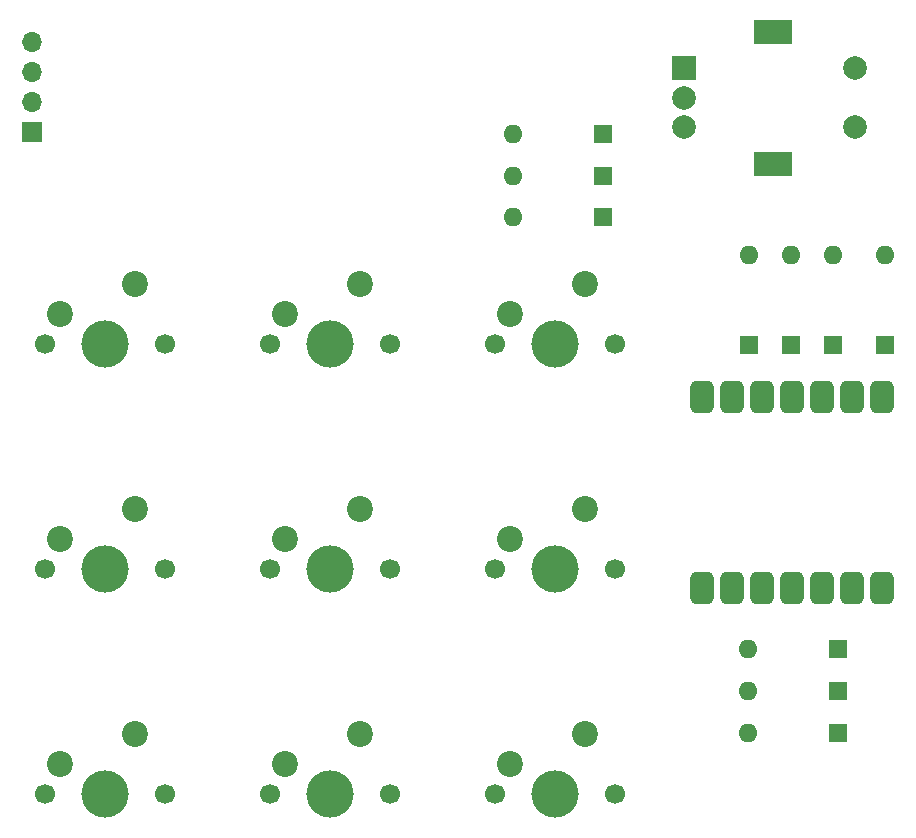
<source format=gts>
%TF.GenerationSoftware,KiCad,Pcbnew,8.0.6*%
%TF.CreationDate,2024-10-21T20:49:49-03:00*%
%TF.ProjectId,HC Hackpad 1.2,48432048-6163-46b7-9061-6420312e322e,rev?*%
%TF.SameCoordinates,Original*%
%TF.FileFunction,Soldermask,Top*%
%TF.FilePolarity,Negative*%
%FSLAX46Y46*%
G04 Gerber Fmt 4.6, Leading zero omitted, Abs format (unit mm)*
G04 Created by KiCad (PCBNEW 8.0.6) date 2024-10-21 20:49:49*
%MOMM*%
%LPD*%
G01*
G04 APERTURE LIST*
G04 Aperture macros list*
%AMRoundRect*
0 Rectangle with rounded corners*
0 $1 Rounding radius*
0 $2 $3 $4 $5 $6 $7 $8 $9 X,Y pos of 4 corners*
0 Add a 4 corners polygon primitive as box body*
4,1,4,$2,$3,$4,$5,$6,$7,$8,$9,$2,$3,0*
0 Add four circle primitives for the rounded corners*
1,1,$1+$1,$2,$3*
1,1,$1+$1,$4,$5*
1,1,$1+$1,$6,$7*
1,1,$1+$1,$8,$9*
0 Add four rect primitives between the rounded corners*
20,1,$1+$1,$2,$3,$4,$5,0*
20,1,$1+$1,$4,$5,$6,$7,0*
20,1,$1+$1,$6,$7,$8,$9,0*
20,1,$1+$1,$8,$9,$2,$3,0*%
G04 Aperture macros list end*
%ADD10C,1.700000*%
%ADD11C,4.000000*%
%ADD12C,2.200000*%
%ADD13R,1.600000X1.600000*%
%ADD14O,1.600000X1.600000*%
%ADD15R,1.700000X1.700000*%
%ADD16O,1.700000X1.700000*%
%ADD17R,2.000000X2.000000*%
%ADD18C,2.000000*%
%ADD19R,3.200000X2.000000*%
%ADD20RoundRect,0.500000X-0.500000X0.875000X-0.500000X-0.875000X0.500000X-0.875000X0.500000X0.875000X0*%
%ADD21C,1.600000*%
G04 APERTURE END LIST*
D10*
%TO.C,S4*%
X92620000Y-91600000D03*
D11*
X97700000Y-91600000D03*
D10*
X102780000Y-91600000D03*
D12*
X100240000Y-86520000D03*
X93890000Y-89060000D03*
%TD*%
D13*
%TO.C,D3*%
X139850000Y-54700000D03*
D14*
X132230000Y-54700000D03*
%TD*%
D15*
%TO.C,J1*%
X91510000Y-54540000D03*
D16*
X91510000Y-52000000D03*
X91510000Y-49460000D03*
X91510000Y-46920000D03*
%TD*%
D10*
%TO.C,S7*%
X92600000Y-110640000D03*
D11*
X97680000Y-110640000D03*
D10*
X102760000Y-110640000D03*
D12*
X100220000Y-105560000D03*
X93870000Y-108100000D03*
%TD*%
D10*
%TO.C,S6*%
X130740000Y-91590000D03*
D11*
X135820000Y-91590000D03*
D10*
X140900000Y-91590000D03*
D12*
X138360000Y-86510000D03*
X132010000Y-89050000D03*
%TD*%
D10*
%TO.C,S3*%
X130710000Y-72540000D03*
D11*
X135790000Y-72540000D03*
D10*
X140870000Y-72540000D03*
D12*
X138330000Y-67460000D03*
X131980000Y-70000000D03*
%TD*%
D13*
%TO.C,D9*%
X159750000Y-98380000D03*
D14*
X152130000Y-98380000D03*
%TD*%
D13*
%TO.C,D6*%
X159360000Y-72640000D03*
D14*
X159360000Y-65020000D03*
%TD*%
D13*
%TO.C,D7*%
X159750000Y-105480000D03*
D14*
X152130000Y-105480000D03*
%TD*%
D10*
%TO.C,S2*%
X111670000Y-72540000D03*
D11*
X116750000Y-72540000D03*
D10*
X121830000Y-72540000D03*
D12*
X119290000Y-67460000D03*
X112940000Y-70000000D03*
%TD*%
D13*
%TO.C,D5*%
X155810000Y-72640000D03*
D14*
X155810000Y-65020000D03*
%TD*%
D13*
%TO.C,D4*%
X152260000Y-72640000D03*
D14*
X152260000Y-65020000D03*
%TD*%
D10*
%TO.C,S8*%
X111680000Y-110650000D03*
D11*
X116760000Y-110650000D03*
D10*
X121840000Y-110650000D03*
D12*
X119300000Y-105570000D03*
X112950000Y-108110000D03*
%TD*%
D13*
%TO.C,D1*%
X139850000Y-61800000D03*
D14*
X132230000Y-61800000D03*
%TD*%
D10*
%TO.C,S1*%
X92610000Y-72550000D03*
D11*
X97690000Y-72550000D03*
D10*
X102770000Y-72550000D03*
D12*
X100230000Y-67470000D03*
X93880000Y-70010000D03*
%TD*%
D10*
%TO.C,S5*%
X111690000Y-91590000D03*
D11*
X116770000Y-91590000D03*
D10*
X121850000Y-91590000D03*
D12*
X119310000Y-86510000D03*
X112960000Y-89050000D03*
%TD*%
D17*
%TO.C,SW1*%
X146740000Y-49170000D03*
D18*
X146740000Y-54170000D03*
X146740000Y-51670000D03*
D19*
X154240000Y-46070000D03*
X154240000Y-57270000D03*
D18*
X161240000Y-54170000D03*
X161240000Y-49170000D03*
%TD*%
D10*
%TO.C,S9*%
X130700000Y-110640000D03*
D11*
X135780000Y-110640000D03*
D10*
X140860000Y-110640000D03*
D12*
X138320000Y-105560000D03*
X131970000Y-108100000D03*
%TD*%
D13*
%TO.C,D8*%
X159750000Y-101930000D03*
D14*
X152130000Y-101930000D03*
%TD*%
D13*
%TO.C,D2*%
X139850000Y-58250000D03*
D14*
X132230000Y-58250000D03*
%TD*%
D20*
%TO.C,U1*%
X163490000Y-76995000D03*
D13*
X163490000Y-77440000D03*
D20*
X160950000Y-76995000D03*
D21*
X160950000Y-77440000D03*
D20*
X158410000Y-76995000D03*
D21*
X158410000Y-77440000D03*
D20*
X155870000Y-76995000D03*
D21*
X155870000Y-77440000D03*
D20*
X153330000Y-76995000D03*
D21*
X153330000Y-77440000D03*
D20*
X150790000Y-76995000D03*
D21*
X150790000Y-77440000D03*
D20*
X148250000Y-76995000D03*
D21*
X148250000Y-77440000D03*
X148250000Y-92680000D03*
D20*
X148250000Y-93160000D03*
D21*
X150790000Y-92680000D03*
D20*
X150790000Y-93160000D03*
D21*
X153330000Y-92680000D03*
D20*
X153330000Y-93160000D03*
D21*
X155870000Y-92680000D03*
D20*
X155870000Y-93160000D03*
D21*
X158410000Y-92680000D03*
D20*
X158410000Y-93160000D03*
D21*
X160950000Y-92680000D03*
D20*
X160950000Y-93160000D03*
D21*
X163490000Y-92680000D03*
D20*
X163490000Y-93160000D03*
%TD*%
D13*
%TO.C,D10*%
X163720000Y-72590000D03*
D14*
X163720000Y-64970000D03*
%TD*%
M02*

</source>
